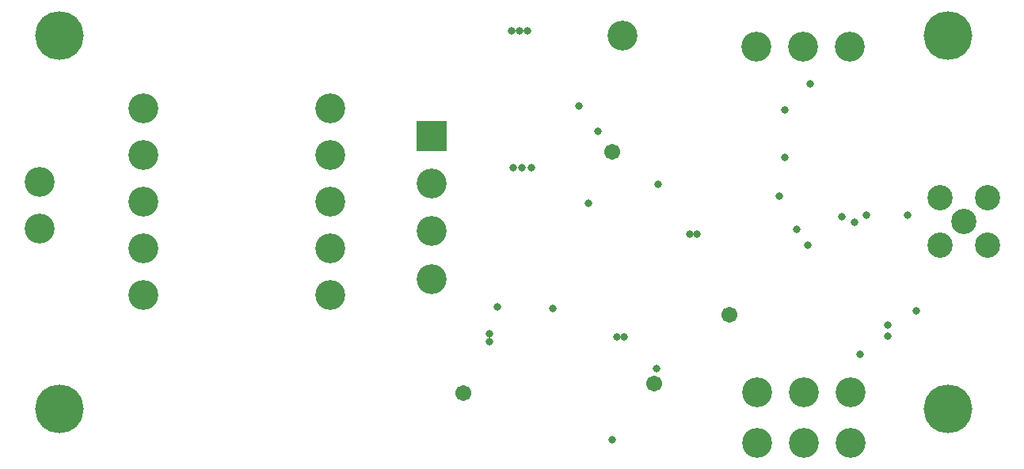
<source format=gbs>
G04*
G04 #@! TF.GenerationSoftware,Altium Limited,Altium Designer,19.1.6 (110)*
G04*
G04 Layer_Color=16711935*
%FSLAX44Y44*%
%MOMM*%
G71*
G01*
G75*
%ADD57C,3.2032*%
%ADD58R,3.2032X3.2032*%
%ADD59C,2.7032*%
%ADD60C,1.7032*%
%ADD61C,5.2032*%
%ADD62C,0.8032*%
D57*
X43500Y-272000D02*
D03*
Y-222000D02*
D03*
X354250Y-143250D02*
D03*
Y-193250D02*
D03*
Y-293250D02*
D03*
X154250Y-193250D02*
D03*
Y-293250D02*
D03*
X354580Y-243250D02*
D03*
X354250Y-343250D02*
D03*
X154250Y-143250D02*
D03*
Y-243250D02*
D03*
Y-343250D02*
D03*
X910000Y-77500D02*
D03*
X860000D02*
D03*
X810000D02*
D03*
X861000Y-447250D02*
D03*
X911000D02*
D03*
Y-501250D02*
D03*
X861000D02*
D03*
X811000D02*
D03*
Y-447250D02*
D03*
X463250Y-223750D02*
D03*
Y-274750D02*
D03*
Y-325750D02*
D03*
X667250Y-65000D02*
D03*
D58*
X463250Y-172750D02*
D03*
D59*
X1006200Y-289250D02*
D03*
X1031600Y-263850D02*
D03*
X1006200Y-238450D02*
D03*
X1057000Y-289250D02*
D03*
Y-238450D02*
D03*
D60*
X700500Y-437500D02*
D03*
X656250Y-189500D02*
D03*
X781500Y-364000D02*
D03*
X497000Y-448250D02*
D03*
D61*
X1015000Y-465000D02*
D03*
Y-65000D02*
D03*
X65000Y-465000D02*
D03*
Y-65000D02*
D03*
D62*
X655500Y-498000D02*
D03*
X661000Y-387500D02*
D03*
X668500D02*
D03*
X705250Y-224750D02*
D03*
X927500Y-257250D02*
D03*
X971500Y-257500D02*
D03*
X915000Y-264750D02*
D03*
X630750Y-244500D02*
D03*
X703250Y-422000D02*
D03*
X592500Y-357000D02*
D03*
X950500Y-387000D02*
D03*
Y-374750D02*
D03*
X533250Y-355750D02*
D03*
X746250Y-277500D02*
D03*
X834250Y-236750D02*
D03*
X565000Y-60000D02*
D03*
X556500D02*
D03*
X524500Y-384250D02*
D03*
X569250Y-206750D02*
D03*
X559750D02*
D03*
X901750Y-259500D02*
D03*
X739000Y-277500D02*
D03*
X524500Y-392500D02*
D03*
X865000Y-289250D02*
D03*
X640500Y-167500D02*
D03*
X840250Y-196000D02*
D03*
X981000Y-360000D02*
D03*
X853250Y-272500D02*
D03*
X550250Y-206750D02*
D03*
X867750Y-116750D02*
D03*
X548250Y-60000D02*
D03*
X620500Y-140250D02*
D03*
X840500Y-145250D02*
D03*
X920750Y-406500D02*
D03*
M02*

</source>
